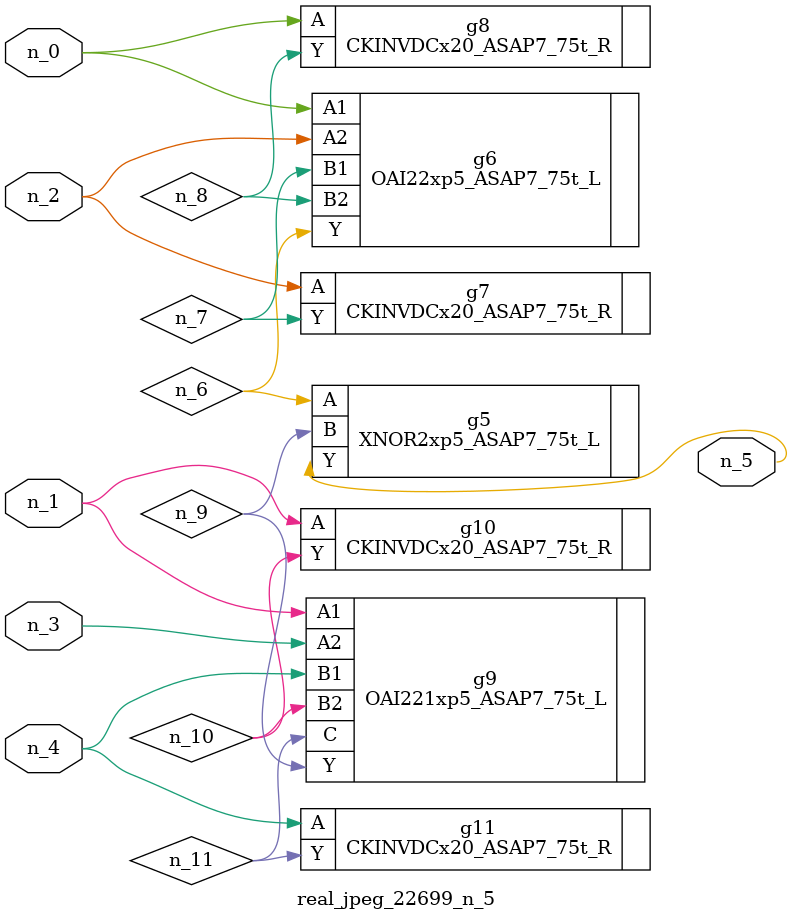
<source format=v>
module real_jpeg_22699_n_5 (n_4, n_0, n_1, n_2, n_3, n_5);

input n_4;
input n_0;
input n_1;
input n_2;
input n_3;

output n_5;

wire n_8;
wire n_11;
wire n_6;
wire n_7;
wire n_10;
wire n_9;

OAI22xp5_ASAP7_75t_L g6 ( 
.A1(n_0),
.A2(n_2),
.B1(n_7),
.B2(n_8),
.Y(n_6)
);

CKINVDCx20_ASAP7_75t_R g8 ( 
.A(n_0),
.Y(n_8)
);

OAI221xp5_ASAP7_75t_L g9 ( 
.A1(n_1),
.A2(n_3),
.B1(n_4),
.B2(n_10),
.C(n_11),
.Y(n_9)
);

CKINVDCx20_ASAP7_75t_R g10 ( 
.A(n_1),
.Y(n_10)
);

CKINVDCx20_ASAP7_75t_R g7 ( 
.A(n_2),
.Y(n_7)
);

CKINVDCx20_ASAP7_75t_R g11 ( 
.A(n_4),
.Y(n_11)
);

XNOR2xp5_ASAP7_75t_L g5 ( 
.A(n_6),
.B(n_9),
.Y(n_5)
);


endmodule
</source>
